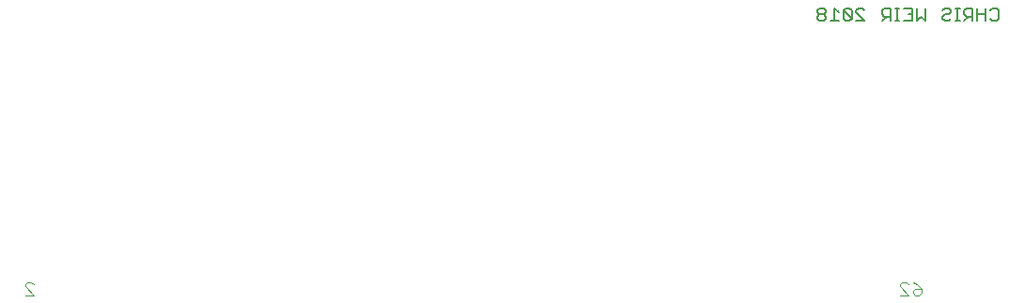
<source format=gbo>
G75*
G70*
%OFA0B0*%
%FSLAX24Y24*%
%IPPOS*%
%LPD*%
%AMOC8*
5,1,8,0,0,1.08239X$1,22.5*
%
%ADD10C,0.0050*%
%ADD11C,0.0040*%
D10*
X032446Y013950D02*
X032521Y013875D01*
X032671Y013875D01*
X032746Y013950D01*
X032746Y014025D01*
X032671Y014100D01*
X032521Y014100D01*
X032446Y014025D01*
X032446Y013950D01*
X032521Y014100D02*
X032446Y014175D01*
X032446Y014250D01*
X032521Y014325D01*
X032671Y014325D01*
X032746Y014250D01*
X032746Y014175D01*
X032671Y014100D01*
X033057Y014325D02*
X033057Y013875D01*
X033207Y013875D02*
X032907Y013875D01*
X033367Y013950D02*
X033442Y013875D01*
X033592Y013875D01*
X033667Y013950D01*
X033367Y014250D01*
X033367Y013950D01*
X033207Y014175D02*
X033057Y014325D01*
X033367Y014250D02*
X033442Y014325D01*
X033592Y014325D01*
X033667Y014250D01*
X033667Y013950D01*
X033827Y013875D02*
X034128Y013875D01*
X033827Y014175D01*
X033827Y014250D01*
X033902Y014325D01*
X034053Y014325D01*
X034128Y014250D01*
X034748Y014250D02*
X034748Y014100D01*
X034823Y014025D01*
X035048Y014025D01*
X034898Y014025D02*
X034748Y013875D01*
X035048Y013875D02*
X035048Y014325D01*
X034823Y014325D01*
X034748Y014250D01*
X035205Y014325D02*
X035355Y014325D01*
X035280Y014325D02*
X035280Y013875D01*
X035355Y013875D02*
X035205Y013875D01*
X035515Y013875D02*
X035816Y013875D01*
X035816Y014325D01*
X035515Y014325D01*
X035666Y014100D02*
X035816Y014100D01*
X035976Y013875D02*
X036126Y014025D01*
X036276Y013875D01*
X036276Y014325D01*
X035976Y014325D02*
X035976Y013875D01*
X036897Y013950D02*
X036972Y013875D01*
X037122Y013875D01*
X037197Y013950D01*
X037122Y014100D02*
X036972Y014100D01*
X036897Y014025D01*
X036897Y013950D01*
X037122Y014100D02*
X037197Y014175D01*
X037197Y014250D01*
X037122Y014325D01*
X036972Y014325D01*
X036897Y014250D01*
X037354Y014325D02*
X037504Y014325D01*
X037429Y014325D02*
X037429Y013875D01*
X037504Y013875D02*
X037354Y013875D01*
X037664Y013875D02*
X037814Y014025D01*
X037739Y014025D02*
X037964Y014025D01*
X037964Y013875D02*
X037964Y014325D01*
X037739Y014325D01*
X037664Y014250D01*
X037664Y014100D01*
X037739Y014025D01*
X038124Y014100D02*
X038425Y014100D01*
X038585Y013950D02*
X038660Y013875D01*
X038810Y013875D01*
X038885Y013950D01*
X038885Y014250D01*
X038810Y014325D01*
X038660Y014325D01*
X038585Y014250D01*
X038425Y014325D02*
X038425Y013875D01*
X038124Y013875D02*
X038124Y014325D01*
D11*
X004640Y004120D02*
X004333Y004120D01*
X004640Y004120D02*
X004333Y004427D01*
X004333Y004504D01*
X004410Y004580D01*
X004563Y004580D01*
X004640Y004504D01*
X035373Y004504D02*
X035449Y004580D01*
X035603Y004580D01*
X035680Y004504D01*
X035833Y004580D02*
X035987Y004504D01*
X036140Y004350D01*
X035910Y004350D01*
X035833Y004273D01*
X035833Y004197D01*
X035910Y004120D01*
X036063Y004120D01*
X036140Y004197D01*
X036140Y004350D01*
X035680Y004120D02*
X035373Y004120D01*
X035680Y004120D02*
X035373Y004427D01*
X035373Y004504D01*
M02*

</source>
